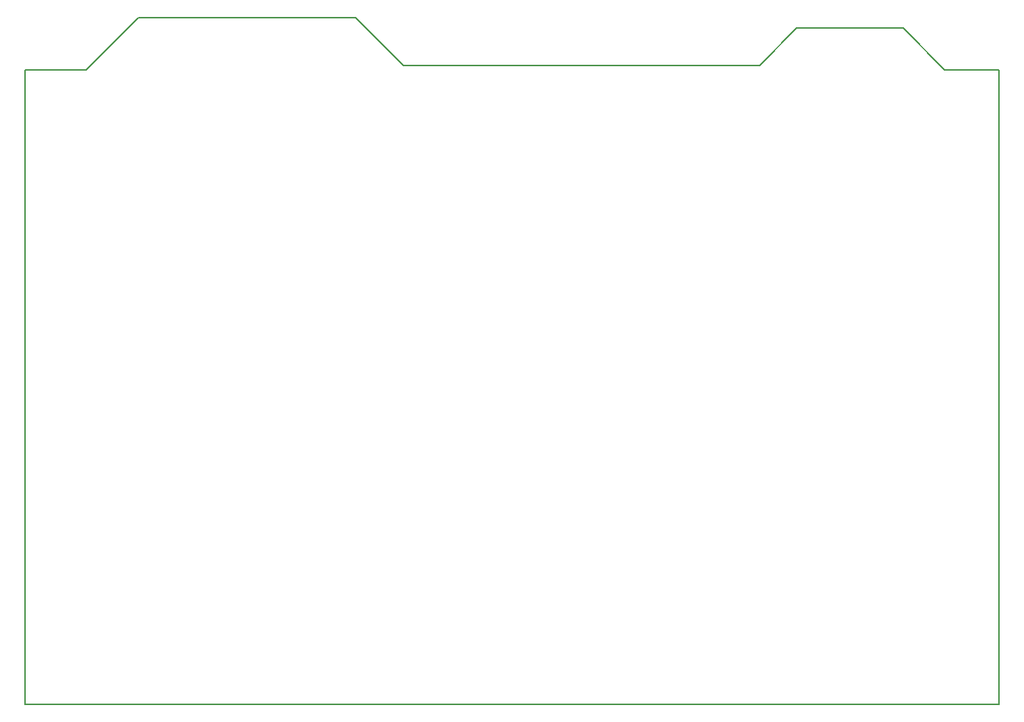
<source format=gbr>
G04 #@! TF.FileFunction,Profile,NP*
%FSLAX46Y46*%
G04 Gerber Fmt 4.6, Leading zero omitted, Abs format (unit mm)*
G04 Created by KiCad (PCBNEW 4.0.7) date 08/30/18 17:20:36*
%MOMM*%
%LPD*%
G01*
G04 APERTURE LIST*
%ADD10C,0.100000*%
%ADD11C,0.150000*%
G04 APERTURE END LIST*
D10*
D11*
X149000000Y-112000000D02*
X37000000Y-112000000D01*
X149000000Y-111750000D02*
X149000000Y-112000000D01*
X149000000Y-39000000D02*
X149000000Y-111750000D01*
X142750000Y-39000000D02*
X149000000Y-39000000D01*
X138000000Y-34250000D02*
X142750000Y-39000000D01*
X125750000Y-34250000D02*
X138000000Y-34250000D01*
X121500000Y-38500000D02*
X125750000Y-34250000D01*
X80500000Y-38500000D02*
X121500000Y-38500000D01*
X75000000Y-33000000D02*
X80500000Y-38500000D01*
X50000000Y-33000000D02*
X75000000Y-33000000D01*
X44000000Y-39000000D02*
X50000000Y-33000000D01*
X37000000Y-39000000D02*
X44000000Y-39000000D01*
X37000000Y-112000000D02*
X37000000Y-39000000D01*
M02*

</source>
